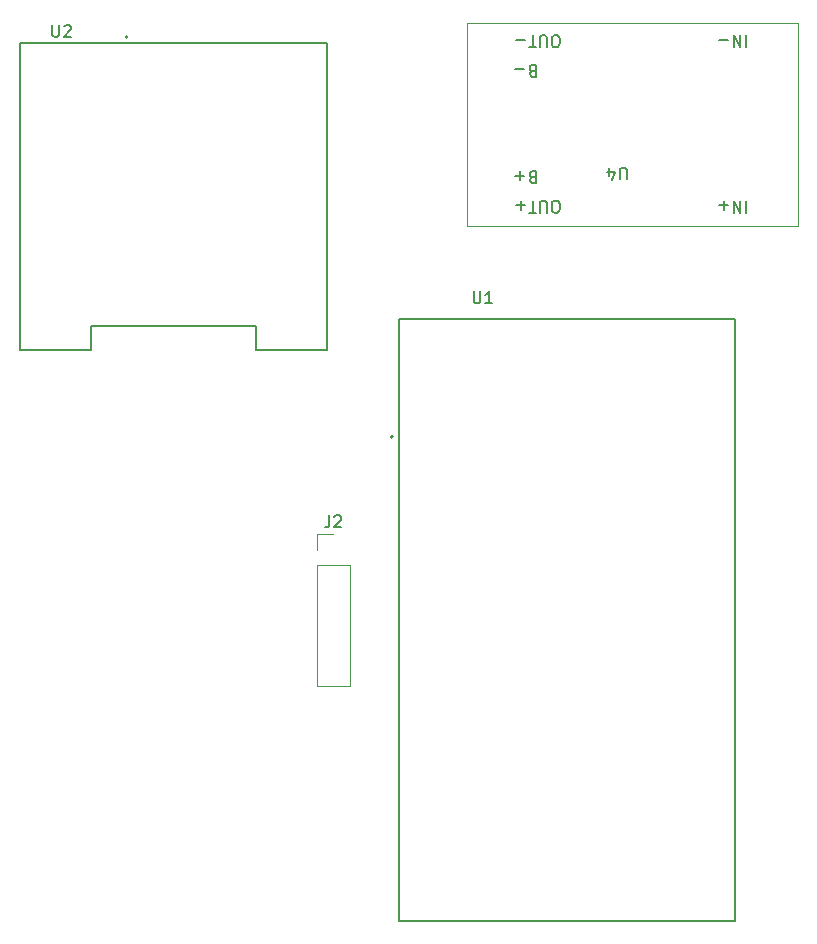
<source format=gbr>
%TF.GenerationSoftware,KiCad,Pcbnew,9.0.2*%
%TF.CreationDate,2025-07-16T22:08:15-05:00*%
%TF.ProjectId,PCB,5043422e-6b69-4636-9164-5f7063625858,rev?*%
%TF.SameCoordinates,Original*%
%TF.FileFunction,Legend,Top*%
%TF.FilePolarity,Positive*%
%FSLAX46Y46*%
G04 Gerber Fmt 4.6, Leading zero omitted, Abs format (unit mm)*
G04 Created by KiCad (PCBNEW 9.0.2) date 2025-07-16 22:08:15*
%MOMM*%
%LPD*%
G01*
G04 APERTURE LIST*
%ADD10C,0.150000*%
%ADD11C,0.120000*%
%ADD12C,0.127000*%
%ADD13C,0.200000*%
G04 APERTURE END LIST*
D10*
X149356666Y-96589819D02*
X149356666Y-97304104D01*
X149356666Y-97304104D02*
X149309047Y-97446961D01*
X149309047Y-97446961D02*
X149213809Y-97542200D01*
X149213809Y-97542200D02*
X149070952Y-97589819D01*
X149070952Y-97589819D02*
X148975714Y-97589819D01*
X149785238Y-96685057D02*
X149832857Y-96637438D01*
X149832857Y-96637438D02*
X149928095Y-96589819D01*
X149928095Y-96589819D02*
X150166190Y-96589819D01*
X150166190Y-96589819D02*
X150261428Y-96637438D01*
X150261428Y-96637438D02*
X150309047Y-96685057D01*
X150309047Y-96685057D02*
X150356666Y-96780295D01*
X150356666Y-96780295D02*
X150356666Y-96875533D01*
X150356666Y-96875533D02*
X150309047Y-97018390D01*
X150309047Y-97018390D02*
X149737619Y-97589819D01*
X149737619Y-97589819D02*
X150356666Y-97589819D01*
X174521904Y-68145180D02*
X174521904Y-67335657D01*
X174521904Y-67335657D02*
X174474285Y-67240419D01*
X174474285Y-67240419D02*
X174426666Y-67192800D01*
X174426666Y-67192800D02*
X174331428Y-67145180D01*
X174331428Y-67145180D02*
X174140952Y-67145180D01*
X174140952Y-67145180D02*
X174045714Y-67192800D01*
X174045714Y-67192800D02*
X173998095Y-67240419D01*
X173998095Y-67240419D02*
X173950476Y-67335657D01*
X173950476Y-67335657D02*
X173950476Y-68145180D01*
X173045714Y-67811847D02*
X173045714Y-67145180D01*
X173283809Y-68192800D02*
X173521904Y-67478514D01*
X173521904Y-67478514D02*
X172902857Y-67478514D01*
X184642856Y-69945180D02*
X184642856Y-70945180D01*
X184166666Y-69945180D02*
X184166666Y-70945180D01*
X184166666Y-70945180D02*
X183595238Y-69945180D01*
X183595238Y-69945180D02*
X183595238Y-70945180D01*
X183119047Y-70326133D02*
X182357143Y-70326133D01*
X182738095Y-69945180D02*
X182738095Y-70707085D01*
X166547618Y-67968990D02*
X166404761Y-67921371D01*
X166404761Y-67921371D02*
X166357142Y-67873752D01*
X166357142Y-67873752D02*
X166309523Y-67778514D01*
X166309523Y-67778514D02*
X166309523Y-67635657D01*
X166309523Y-67635657D02*
X166357142Y-67540419D01*
X166357142Y-67540419D02*
X166404761Y-67492800D01*
X166404761Y-67492800D02*
X166499999Y-67445180D01*
X166499999Y-67445180D02*
X166880951Y-67445180D01*
X166880951Y-67445180D02*
X166880951Y-68445180D01*
X166880951Y-68445180D02*
X166547618Y-68445180D01*
X166547618Y-68445180D02*
X166452380Y-68397561D01*
X166452380Y-68397561D02*
X166404761Y-68349942D01*
X166404761Y-68349942D02*
X166357142Y-68254704D01*
X166357142Y-68254704D02*
X166357142Y-68159466D01*
X166357142Y-68159466D02*
X166404761Y-68064228D01*
X166404761Y-68064228D02*
X166452380Y-68016609D01*
X166452380Y-68016609D02*
X166547618Y-67968990D01*
X166547618Y-67968990D02*
X166880951Y-67968990D01*
X165880951Y-67826133D02*
X165119047Y-67826133D01*
X165499999Y-67445180D02*
X165499999Y-68207085D01*
X166547618Y-58968990D02*
X166404761Y-58921371D01*
X166404761Y-58921371D02*
X166357142Y-58873752D01*
X166357142Y-58873752D02*
X166309523Y-58778514D01*
X166309523Y-58778514D02*
X166309523Y-58635657D01*
X166309523Y-58635657D02*
X166357142Y-58540419D01*
X166357142Y-58540419D02*
X166404761Y-58492800D01*
X166404761Y-58492800D02*
X166499999Y-58445180D01*
X166499999Y-58445180D02*
X166880951Y-58445180D01*
X166880951Y-58445180D02*
X166880951Y-59445180D01*
X166880951Y-59445180D02*
X166547618Y-59445180D01*
X166547618Y-59445180D02*
X166452380Y-59397561D01*
X166452380Y-59397561D02*
X166404761Y-59349942D01*
X166404761Y-59349942D02*
X166357142Y-59254704D01*
X166357142Y-59254704D02*
X166357142Y-59159466D01*
X166357142Y-59159466D02*
X166404761Y-59064228D01*
X166404761Y-59064228D02*
X166452380Y-59016609D01*
X166452380Y-59016609D02*
X166547618Y-58968990D01*
X166547618Y-58968990D02*
X166880951Y-58968990D01*
X165880951Y-58826133D02*
X165119047Y-58826133D01*
X184642856Y-55945180D02*
X184642856Y-56945180D01*
X184166666Y-55945180D02*
X184166666Y-56945180D01*
X184166666Y-56945180D02*
X183595238Y-55945180D01*
X183595238Y-55945180D02*
X183595238Y-56945180D01*
X183119047Y-56326133D02*
X182357143Y-56326133D01*
X168619047Y-56945180D02*
X168428571Y-56945180D01*
X168428571Y-56945180D02*
X168333333Y-56897561D01*
X168333333Y-56897561D02*
X168238095Y-56802323D01*
X168238095Y-56802323D02*
X168190476Y-56611847D01*
X168190476Y-56611847D02*
X168190476Y-56278514D01*
X168190476Y-56278514D02*
X168238095Y-56088038D01*
X168238095Y-56088038D02*
X168333333Y-55992800D01*
X168333333Y-55992800D02*
X168428571Y-55945180D01*
X168428571Y-55945180D02*
X168619047Y-55945180D01*
X168619047Y-55945180D02*
X168714285Y-55992800D01*
X168714285Y-55992800D02*
X168809523Y-56088038D01*
X168809523Y-56088038D02*
X168857142Y-56278514D01*
X168857142Y-56278514D02*
X168857142Y-56611847D01*
X168857142Y-56611847D02*
X168809523Y-56802323D01*
X168809523Y-56802323D02*
X168714285Y-56897561D01*
X168714285Y-56897561D02*
X168619047Y-56945180D01*
X167761904Y-56945180D02*
X167761904Y-56135657D01*
X167761904Y-56135657D02*
X167714285Y-56040419D01*
X167714285Y-56040419D02*
X167666666Y-55992800D01*
X167666666Y-55992800D02*
X167571428Y-55945180D01*
X167571428Y-55945180D02*
X167380952Y-55945180D01*
X167380952Y-55945180D02*
X167285714Y-55992800D01*
X167285714Y-55992800D02*
X167238095Y-56040419D01*
X167238095Y-56040419D02*
X167190476Y-56135657D01*
X167190476Y-56135657D02*
X167190476Y-56945180D01*
X166857142Y-56945180D02*
X166285714Y-56945180D01*
X166571428Y-55945180D02*
X166571428Y-56945180D01*
X165952380Y-56326133D02*
X165190476Y-56326133D01*
X168619047Y-70945180D02*
X168428571Y-70945180D01*
X168428571Y-70945180D02*
X168333333Y-70897561D01*
X168333333Y-70897561D02*
X168238095Y-70802323D01*
X168238095Y-70802323D02*
X168190476Y-70611847D01*
X168190476Y-70611847D02*
X168190476Y-70278514D01*
X168190476Y-70278514D02*
X168238095Y-70088038D01*
X168238095Y-70088038D02*
X168333333Y-69992800D01*
X168333333Y-69992800D02*
X168428571Y-69945180D01*
X168428571Y-69945180D02*
X168619047Y-69945180D01*
X168619047Y-69945180D02*
X168714285Y-69992800D01*
X168714285Y-69992800D02*
X168809523Y-70088038D01*
X168809523Y-70088038D02*
X168857142Y-70278514D01*
X168857142Y-70278514D02*
X168857142Y-70611847D01*
X168857142Y-70611847D02*
X168809523Y-70802323D01*
X168809523Y-70802323D02*
X168714285Y-70897561D01*
X168714285Y-70897561D02*
X168619047Y-70945180D01*
X167761904Y-70945180D02*
X167761904Y-70135657D01*
X167761904Y-70135657D02*
X167714285Y-70040419D01*
X167714285Y-70040419D02*
X167666666Y-69992800D01*
X167666666Y-69992800D02*
X167571428Y-69945180D01*
X167571428Y-69945180D02*
X167380952Y-69945180D01*
X167380952Y-69945180D02*
X167285714Y-69992800D01*
X167285714Y-69992800D02*
X167238095Y-70040419D01*
X167238095Y-70040419D02*
X167190476Y-70135657D01*
X167190476Y-70135657D02*
X167190476Y-70945180D01*
X166857142Y-70945180D02*
X166285714Y-70945180D01*
X166571428Y-69945180D02*
X166571428Y-70945180D01*
X165952380Y-70326133D02*
X165190476Y-70326133D01*
X165571428Y-69945180D02*
X165571428Y-70707085D01*
X125903095Y-55079819D02*
X125903095Y-55889342D01*
X125903095Y-55889342D02*
X125950714Y-55984580D01*
X125950714Y-55984580D02*
X125998333Y-56032200D01*
X125998333Y-56032200D02*
X126093571Y-56079819D01*
X126093571Y-56079819D02*
X126284047Y-56079819D01*
X126284047Y-56079819D02*
X126379285Y-56032200D01*
X126379285Y-56032200D02*
X126426904Y-55984580D01*
X126426904Y-55984580D02*
X126474523Y-55889342D01*
X126474523Y-55889342D02*
X126474523Y-55079819D01*
X126903095Y-55175057D02*
X126950714Y-55127438D01*
X126950714Y-55127438D02*
X127045952Y-55079819D01*
X127045952Y-55079819D02*
X127284047Y-55079819D01*
X127284047Y-55079819D02*
X127379285Y-55127438D01*
X127379285Y-55127438D02*
X127426904Y-55175057D01*
X127426904Y-55175057D02*
X127474523Y-55270295D01*
X127474523Y-55270295D02*
X127474523Y-55365533D01*
X127474523Y-55365533D02*
X127426904Y-55508390D01*
X127426904Y-55508390D02*
X126855476Y-56079819D01*
X126855476Y-56079819D02*
X127474523Y-56079819D01*
X161573095Y-77624819D02*
X161573095Y-78434342D01*
X161573095Y-78434342D02*
X161620714Y-78529580D01*
X161620714Y-78529580D02*
X161668333Y-78577200D01*
X161668333Y-78577200D02*
X161763571Y-78624819D01*
X161763571Y-78624819D02*
X161954047Y-78624819D01*
X161954047Y-78624819D02*
X162049285Y-78577200D01*
X162049285Y-78577200D02*
X162096904Y-78529580D01*
X162096904Y-78529580D02*
X162144523Y-78434342D01*
X162144523Y-78434342D02*
X162144523Y-77624819D01*
X163144523Y-78624819D02*
X162573095Y-78624819D01*
X162858809Y-78624819D02*
X162858809Y-77624819D01*
X162858809Y-77624819D02*
X162763571Y-77767676D01*
X162763571Y-77767676D02*
X162668333Y-77862914D01*
X162668333Y-77862914D02*
X162573095Y-77910533D01*
D11*
%TO.C,J2*%
X148310000Y-98135000D02*
X149690000Y-98135000D01*
X148310000Y-99515000D02*
X148310000Y-98135000D01*
X148310000Y-100785000D02*
X148310000Y-111055000D01*
X148310000Y-100785000D02*
X151070000Y-100785000D01*
X148310000Y-111055000D02*
X151070000Y-111055000D01*
X151070000Y-100785000D02*
X151070000Y-111055000D01*
%TO.C,U4*%
X161000000Y-72100000D02*
X161000000Y-54900000D01*
X189000000Y-54900000D02*
X161000000Y-54900000D01*
X189000000Y-72100000D02*
X161000000Y-72100000D01*
X189000000Y-72100000D02*
X189000000Y-54900000D01*
D12*
%TO.C,U2*%
X123190000Y-56595000D02*
X149190000Y-56595000D01*
X123190000Y-82595000D02*
X123190000Y-56595000D01*
X129190000Y-80595000D02*
X129190000Y-82595000D01*
X129190000Y-82595000D02*
X123190000Y-82595000D01*
X143190000Y-80595000D02*
X129190000Y-80595000D01*
X143190000Y-82595000D02*
X143190000Y-80595000D01*
X149190000Y-56595000D02*
X149190000Y-82595000D01*
X149190000Y-82595000D02*
X143190000Y-82595000D01*
D13*
X132290000Y-56095000D02*
G75*
G02*
X132090000Y-56095000I-100000J0D01*
G01*
X132090000Y-56095000D02*
G75*
G02*
X132290000Y-56095000I100000J0D01*
G01*
D12*
%TO.C,U1*%
X155220000Y-79960000D02*
X166289000Y-79960000D01*
X155220000Y-79960000D02*
X183730000Y-79960000D01*
X155220000Y-130910000D02*
X155220000Y-79960000D01*
X155220000Y-130910000D02*
X155220000Y-79960000D01*
X155220000Y-130910000D02*
X160590000Y-130910000D01*
X160590000Y-130910000D02*
X178280000Y-130910000D01*
X166289000Y-79960000D02*
X173000000Y-79960000D01*
X173000000Y-79960000D02*
X183730000Y-79960000D01*
X178280000Y-130910000D02*
X183730000Y-130910000D01*
X183730000Y-79960000D02*
X183730000Y-130910000D01*
X183730000Y-79960000D02*
X183730000Y-130910000D01*
X183730000Y-130910000D02*
X155220000Y-130910000D01*
D13*
X154750000Y-89920000D02*
G75*
G02*
X154550000Y-89920000I-100000J0D01*
G01*
X154550000Y-89920000D02*
G75*
G02*
X154750000Y-89920000I100000J0D01*
G01*
%TD*%
M02*

</source>
